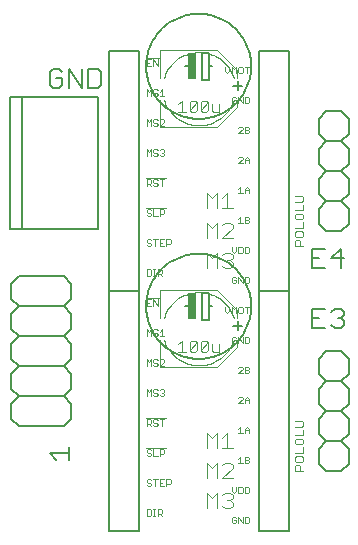
<source format=gto>
G75*
%MOIN*%
%OFA0B0*%
%FSLAX24Y24*%
%IPPOS*%
%LPD*%
%AMOC8*
5,1,8,0,0,1.08239X$1,22.5*
%
%ADD10C,0.0040*%
%ADD11C,0.0060*%
%ADD12C,0.0050*%
%ADD13C,0.0020*%
%ADD14C,0.0030*%
%ADD15C,0.0080*%
%ADD16R,0.0250X0.0900*%
D10*
X006370Y006620D02*
X006370Y007526D01*
X006370Y008274D02*
X006370Y009180D01*
X008260Y009180D01*
X008930Y008510D01*
X008930Y008274D01*
X008930Y007526D02*
X008930Y007290D01*
X008260Y006620D01*
X006370Y006620D01*
X006489Y008274D02*
X006511Y008338D01*
X006538Y008401D01*
X006568Y008463D01*
X006601Y008522D01*
X006637Y008580D01*
X006677Y008636D01*
X006720Y008689D01*
X006765Y008740D01*
X006813Y008788D01*
X006864Y008833D01*
X006918Y008876D01*
X006974Y008915D01*
X007031Y008952D01*
X007091Y008985D01*
X007153Y009014D01*
X007216Y009040D01*
X007280Y009063D01*
X007346Y009082D01*
X007413Y009097D01*
X007480Y009108D01*
X007548Y009116D01*
X007616Y009120D01*
X007684Y009120D01*
X007752Y009116D01*
X007820Y009108D01*
X007887Y009097D01*
X007954Y009082D01*
X008020Y009063D01*
X008084Y009040D01*
X008147Y009014D01*
X008209Y008985D01*
X008269Y008952D01*
X008326Y008915D01*
X008382Y008876D01*
X008436Y008833D01*
X008487Y008788D01*
X008535Y008740D01*
X008580Y008689D01*
X008623Y008636D01*
X008663Y008580D01*
X008699Y008522D01*
X008732Y008463D01*
X008762Y008401D01*
X008789Y008338D01*
X008811Y008274D01*
X008811Y007526D02*
X008789Y007462D01*
X008762Y007399D01*
X008732Y007337D01*
X008699Y007278D01*
X008663Y007220D01*
X008623Y007164D01*
X008580Y007111D01*
X008535Y007060D01*
X008487Y007012D01*
X008436Y006967D01*
X008382Y006924D01*
X008326Y006885D01*
X008269Y006848D01*
X008209Y006815D01*
X008147Y006786D01*
X008084Y006760D01*
X008020Y006737D01*
X007954Y006718D01*
X007887Y006703D01*
X007820Y006692D01*
X007752Y006684D01*
X007684Y006680D01*
X007616Y006680D01*
X007548Y006684D01*
X007480Y006692D01*
X007413Y006703D01*
X007346Y006718D01*
X007280Y006737D01*
X007216Y006760D01*
X007153Y006786D01*
X007091Y006815D01*
X007031Y006848D01*
X006974Y006885D01*
X006918Y006924D01*
X006864Y006967D01*
X006813Y007012D01*
X006765Y007060D01*
X006720Y007111D01*
X006677Y007164D01*
X006637Y007220D01*
X006601Y007278D01*
X006568Y007337D01*
X006538Y007399D01*
X006511Y007462D01*
X006489Y007526D01*
X007920Y009920D02*
X007920Y010440D01*
X008093Y010267D01*
X008267Y010440D01*
X008267Y009920D01*
X008436Y010007D02*
X008522Y009920D01*
X008696Y009920D01*
X008783Y010007D01*
X008783Y010093D01*
X008696Y010180D01*
X008609Y010180D01*
X008696Y010180D02*
X008783Y010267D01*
X008783Y010354D01*
X008696Y010440D01*
X008522Y010440D01*
X008436Y010354D01*
X008436Y010920D02*
X008783Y011267D01*
X008783Y011354D01*
X008696Y011440D01*
X008522Y011440D01*
X008436Y011354D01*
X008267Y011440D02*
X008267Y010920D01*
X008436Y010920D02*
X008783Y010920D01*
X008267Y011440D02*
X008093Y011267D01*
X007920Y011440D01*
X007920Y010920D01*
X007920Y011920D02*
X007920Y012440D01*
X008093Y012267D01*
X008267Y012440D01*
X008267Y011920D01*
X008436Y011920D02*
X008783Y011920D01*
X008609Y011920D02*
X008609Y012440D01*
X008436Y012267D01*
X008260Y014620D02*
X006370Y014620D01*
X006370Y015526D01*
X006370Y016274D02*
X006370Y017180D01*
X008260Y017180D01*
X008930Y016510D01*
X008930Y016274D01*
X008930Y015526D02*
X008930Y015290D01*
X008260Y014620D01*
X008811Y016274D02*
X008789Y016338D01*
X008762Y016401D01*
X008732Y016463D01*
X008699Y016522D01*
X008663Y016580D01*
X008623Y016636D01*
X008580Y016689D01*
X008535Y016740D01*
X008487Y016788D01*
X008436Y016833D01*
X008382Y016876D01*
X008326Y016915D01*
X008269Y016952D01*
X008209Y016985D01*
X008147Y017014D01*
X008084Y017040D01*
X008020Y017063D01*
X007954Y017082D01*
X007887Y017097D01*
X007820Y017108D01*
X007752Y017116D01*
X007684Y017120D01*
X007616Y017120D01*
X007548Y017116D01*
X007480Y017108D01*
X007413Y017097D01*
X007346Y017082D01*
X007280Y017063D01*
X007216Y017040D01*
X007153Y017014D01*
X007091Y016985D01*
X007031Y016952D01*
X006974Y016915D01*
X006918Y016876D01*
X006864Y016833D01*
X006813Y016788D01*
X006765Y016740D01*
X006720Y016689D01*
X006677Y016636D01*
X006637Y016580D01*
X006601Y016522D01*
X006568Y016463D01*
X006538Y016401D01*
X006511Y016338D01*
X006489Y016274D01*
X006489Y015526D02*
X006511Y015462D01*
X006538Y015399D01*
X006568Y015337D01*
X006601Y015278D01*
X006637Y015220D01*
X006677Y015164D01*
X006720Y015111D01*
X006765Y015060D01*
X006813Y015012D01*
X006864Y014967D01*
X006918Y014924D01*
X006974Y014885D01*
X007031Y014848D01*
X007091Y014815D01*
X007153Y014786D01*
X007216Y014760D01*
X007280Y014737D01*
X007346Y014718D01*
X007413Y014703D01*
X007480Y014692D01*
X007548Y014684D01*
X007616Y014680D01*
X007684Y014680D01*
X007752Y014684D01*
X007820Y014692D01*
X007887Y014703D01*
X007954Y014718D01*
X008020Y014737D01*
X008084Y014760D01*
X008147Y014786D01*
X008209Y014815D01*
X008269Y014848D01*
X008326Y014885D01*
X008382Y014924D01*
X008436Y014967D01*
X008487Y015012D01*
X008535Y015060D01*
X008580Y015111D01*
X008623Y015164D01*
X008663Y015220D01*
X008699Y015278D01*
X008732Y015337D01*
X008762Y015399D01*
X008789Y015462D01*
X008811Y015526D01*
X008609Y004440D02*
X008436Y004267D01*
X008609Y004440D02*
X008609Y003920D01*
X008436Y003920D02*
X008783Y003920D01*
X008696Y003440D02*
X008522Y003440D01*
X008436Y003354D01*
X008696Y003440D02*
X008783Y003354D01*
X008783Y003267D01*
X008436Y002920D01*
X008783Y002920D01*
X008696Y002440D02*
X008522Y002440D01*
X008436Y002354D01*
X008609Y002180D02*
X008696Y002180D01*
X008783Y002093D01*
X008783Y002007D01*
X008696Y001920D01*
X008522Y001920D01*
X008436Y002007D01*
X008696Y002180D02*
X008783Y002267D01*
X008783Y002354D01*
X008696Y002440D01*
X008267Y002440D02*
X008267Y001920D01*
X007920Y001920D02*
X007920Y002440D01*
X008093Y002267D01*
X008267Y002440D01*
X008267Y002920D02*
X008267Y003440D01*
X008093Y003267D01*
X007920Y003440D01*
X007920Y002920D01*
X007920Y003920D02*
X007920Y004440D01*
X008093Y004267D01*
X008267Y004440D01*
X008267Y003920D01*
D11*
X002893Y003535D02*
X002679Y003749D01*
X003320Y003749D01*
X003320Y003962D02*
X003320Y003535D01*
X003150Y004650D02*
X001650Y004650D01*
X001400Y004900D01*
X001400Y005400D01*
X001650Y005650D01*
X003150Y005650D01*
X003400Y005400D01*
X003400Y004900D01*
X003150Y004650D01*
X003150Y005650D02*
X003400Y005900D01*
X003400Y006400D01*
X003150Y006650D01*
X001650Y006650D01*
X001400Y006400D01*
X001400Y005900D01*
X001650Y005650D01*
X001650Y006650D02*
X001400Y006900D01*
X001400Y007400D01*
X001650Y007650D01*
X003150Y007650D01*
X003400Y007400D01*
X003400Y006900D01*
X003150Y006650D01*
X003150Y007650D02*
X003400Y007900D01*
X003400Y008400D01*
X003150Y008650D01*
X001650Y008650D01*
X001400Y008400D01*
X001400Y007900D01*
X001650Y007650D01*
X001650Y008650D02*
X001400Y008900D01*
X001400Y009400D01*
X001650Y009650D01*
X003150Y009650D01*
X003400Y009400D01*
X003400Y008900D01*
X003150Y008650D01*
X007200Y008650D02*
X007400Y008650D01*
X005900Y008650D02*
X005902Y008733D01*
X005908Y008816D01*
X005918Y008899D01*
X005932Y008981D01*
X005949Y009063D01*
X005971Y009143D01*
X005996Y009222D01*
X006025Y009300D01*
X006058Y009377D01*
X006095Y009452D01*
X006134Y009525D01*
X006178Y009596D01*
X006224Y009665D01*
X006274Y009732D01*
X006327Y009796D01*
X006383Y009858D01*
X006442Y009917D01*
X006504Y009973D01*
X006568Y010026D01*
X006635Y010076D01*
X006704Y010122D01*
X006775Y010166D01*
X006848Y010205D01*
X006923Y010242D01*
X007000Y010275D01*
X007078Y010304D01*
X007157Y010329D01*
X007237Y010351D01*
X007319Y010368D01*
X007401Y010382D01*
X007484Y010392D01*
X007567Y010398D01*
X007650Y010400D01*
X007733Y010398D01*
X007816Y010392D01*
X007899Y010382D01*
X007981Y010368D01*
X008063Y010351D01*
X008143Y010329D01*
X008222Y010304D01*
X008300Y010275D01*
X008377Y010242D01*
X008452Y010205D01*
X008525Y010166D01*
X008596Y010122D01*
X008665Y010076D01*
X008732Y010026D01*
X008796Y009973D01*
X008858Y009917D01*
X008917Y009858D01*
X008973Y009796D01*
X009026Y009732D01*
X009076Y009665D01*
X009122Y009596D01*
X009166Y009525D01*
X009205Y009452D01*
X009242Y009377D01*
X009275Y009300D01*
X009304Y009222D01*
X009329Y009143D01*
X009351Y009063D01*
X009368Y008981D01*
X009382Y008899D01*
X009392Y008816D01*
X009398Y008733D01*
X009400Y008650D01*
X009398Y008567D01*
X009392Y008484D01*
X009382Y008401D01*
X009368Y008319D01*
X009351Y008237D01*
X009329Y008157D01*
X009304Y008078D01*
X009275Y008000D01*
X009242Y007923D01*
X009205Y007848D01*
X009166Y007775D01*
X009122Y007704D01*
X009076Y007635D01*
X009026Y007568D01*
X008973Y007504D01*
X008917Y007442D01*
X008858Y007383D01*
X008796Y007327D01*
X008732Y007274D01*
X008665Y007224D01*
X008596Y007178D01*
X008525Y007134D01*
X008452Y007095D01*
X008377Y007058D01*
X008300Y007025D01*
X008222Y006996D01*
X008143Y006971D01*
X008063Y006949D01*
X007981Y006932D01*
X007899Y006918D01*
X007816Y006908D01*
X007733Y006902D01*
X007650Y006900D01*
X007567Y006902D01*
X007484Y006908D01*
X007401Y006918D01*
X007319Y006932D01*
X007237Y006949D01*
X007157Y006971D01*
X007078Y006996D01*
X007000Y007025D01*
X006923Y007058D01*
X006848Y007095D01*
X006775Y007134D01*
X006704Y007178D01*
X006635Y007224D01*
X006568Y007274D01*
X006504Y007327D01*
X006442Y007383D01*
X006383Y007442D01*
X006327Y007504D01*
X006274Y007568D01*
X006224Y007635D01*
X006178Y007704D01*
X006134Y007775D01*
X006095Y007848D01*
X006058Y007923D01*
X006025Y008000D01*
X005996Y008078D01*
X005971Y008157D01*
X005949Y008237D01*
X005932Y008319D01*
X005918Y008401D01*
X005908Y008484D01*
X005902Y008567D01*
X005900Y008650D01*
X007750Y008200D02*
X008000Y008200D01*
X008000Y008650D01*
X008000Y009100D01*
X007750Y009100D01*
X007750Y008200D01*
X008000Y008650D02*
X008100Y008650D01*
X008800Y008000D02*
X009100Y008000D01*
X008950Y007850D02*
X008950Y008150D01*
X011430Y008250D02*
X011644Y008250D01*
X011430Y007930D02*
X011857Y007930D01*
X012075Y008037D02*
X012181Y007930D01*
X012395Y007930D01*
X012502Y008037D01*
X012502Y008144D01*
X012395Y008250D01*
X012288Y008250D01*
X012395Y008250D02*
X012502Y008357D01*
X012502Y008464D01*
X012395Y008571D01*
X012181Y008571D01*
X012075Y008464D01*
X011857Y008571D02*
X011430Y008571D01*
X011430Y007930D01*
X011900Y007150D02*
X011650Y006900D01*
X011650Y006400D01*
X011900Y006150D01*
X011650Y005900D01*
X011650Y005400D01*
X011900Y005150D01*
X012400Y005150D01*
X012650Y005400D01*
X012650Y005900D01*
X012400Y006150D01*
X011900Y006150D01*
X012400Y006150D02*
X012650Y006400D01*
X012650Y006900D01*
X012400Y007150D01*
X011900Y007150D01*
X011900Y005150D02*
X011650Y004900D01*
X011650Y004400D01*
X011900Y004150D01*
X011650Y003900D01*
X011650Y003400D01*
X011900Y003150D01*
X012400Y003150D01*
X012650Y003400D01*
X012650Y003900D01*
X012400Y004150D01*
X011900Y004150D01*
X012400Y004150D02*
X012650Y004400D01*
X012650Y004900D01*
X012400Y005150D01*
X012395Y009930D02*
X012395Y010571D01*
X012075Y010250D01*
X012502Y010250D01*
X011857Y009930D02*
X011430Y009930D01*
X011430Y010571D01*
X011857Y010571D01*
X011644Y010250D02*
X011430Y010250D01*
X011900Y011150D02*
X011650Y011400D01*
X011650Y011900D01*
X011900Y012150D01*
X011650Y012400D01*
X011650Y012900D01*
X011900Y013150D01*
X011650Y013400D01*
X011650Y013900D01*
X011900Y014150D01*
X011650Y014400D01*
X011650Y014900D01*
X011900Y015150D01*
X012400Y015150D01*
X012650Y014900D01*
X012650Y014400D01*
X012400Y014150D01*
X012650Y013900D01*
X012650Y013400D01*
X012400Y013150D01*
X011900Y013150D01*
X012400Y013150D02*
X012650Y012900D01*
X012650Y012400D01*
X012400Y012150D01*
X012650Y011900D01*
X012650Y011400D01*
X012400Y011150D01*
X011900Y011150D01*
X011900Y012150D02*
X012400Y012150D01*
X012400Y014150D02*
X011900Y014150D01*
X009100Y016000D02*
X008800Y016000D01*
X008950Y015850D02*
X008950Y016150D01*
X008000Y016200D02*
X008000Y016650D01*
X008000Y017100D01*
X007750Y017100D01*
X007750Y016200D01*
X008000Y016200D01*
X008000Y016650D02*
X008100Y016650D01*
X005900Y016650D02*
X005902Y016733D01*
X005908Y016816D01*
X005918Y016899D01*
X005932Y016981D01*
X005949Y017063D01*
X005971Y017143D01*
X005996Y017222D01*
X006025Y017300D01*
X006058Y017377D01*
X006095Y017452D01*
X006134Y017525D01*
X006178Y017596D01*
X006224Y017665D01*
X006274Y017732D01*
X006327Y017796D01*
X006383Y017858D01*
X006442Y017917D01*
X006504Y017973D01*
X006568Y018026D01*
X006635Y018076D01*
X006704Y018122D01*
X006775Y018166D01*
X006848Y018205D01*
X006923Y018242D01*
X007000Y018275D01*
X007078Y018304D01*
X007157Y018329D01*
X007237Y018351D01*
X007319Y018368D01*
X007401Y018382D01*
X007484Y018392D01*
X007567Y018398D01*
X007650Y018400D01*
X007733Y018398D01*
X007816Y018392D01*
X007899Y018382D01*
X007981Y018368D01*
X008063Y018351D01*
X008143Y018329D01*
X008222Y018304D01*
X008300Y018275D01*
X008377Y018242D01*
X008452Y018205D01*
X008525Y018166D01*
X008596Y018122D01*
X008665Y018076D01*
X008732Y018026D01*
X008796Y017973D01*
X008858Y017917D01*
X008917Y017858D01*
X008973Y017796D01*
X009026Y017732D01*
X009076Y017665D01*
X009122Y017596D01*
X009166Y017525D01*
X009205Y017452D01*
X009242Y017377D01*
X009275Y017300D01*
X009304Y017222D01*
X009329Y017143D01*
X009351Y017063D01*
X009368Y016981D01*
X009382Y016899D01*
X009392Y016816D01*
X009398Y016733D01*
X009400Y016650D01*
X009398Y016567D01*
X009392Y016484D01*
X009382Y016401D01*
X009368Y016319D01*
X009351Y016237D01*
X009329Y016157D01*
X009304Y016078D01*
X009275Y016000D01*
X009242Y015923D01*
X009205Y015848D01*
X009166Y015775D01*
X009122Y015704D01*
X009076Y015635D01*
X009026Y015568D01*
X008973Y015504D01*
X008917Y015442D01*
X008858Y015383D01*
X008796Y015327D01*
X008732Y015274D01*
X008665Y015224D01*
X008596Y015178D01*
X008525Y015134D01*
X008452Y015095D01*
X008377Y015058D01*
X008300Y015025D01*
X008222Y014996D01*
X008143Y014971D01*
X008063Y014949D01*
X007981Y014932D01*
X007899Y014918D01*
X007816Y014908D01*
X007733Y014902D01*
X007650Y014900D01*
X007567Y014902D01*
X007484Y014908D01*
X007401Y014918D01*
X007319Y014932D01*
X007237Y014949D01*
X007157Y014971D01*
X007078Y014996D01*
X007000Y015025D01*
X006923Y015058D01*
X006848Y015095D01*
X006775Y015134D01*
X006704Y015178D01*
X006635Y015224D01*
X006568Y015274D01*
X006504Y015327D01*
X006442Y015383D01*
X006383Y015442D01*
X006327Y015504D01*
X006274Y015568D01*
X006224Y015635D01*
X006178Y015704D01*
X006134Y015775D01*
X006095Y015848D01*
X006058Y015923D01*
X006025Y016000D01*
X005996Y016078D01*
X005971Y016157D01*
X005949Y016237D01*
X005932Y016319D01*
X005918Y016401D01*
X005908Y016484D01*
X005902Y016567D01*
X005900Y016650D01*
X007200Y016650D02*
X007400Y016650D01*
X004396Y016464D02*
X004396Y016037D01*
X004289Y015930D01*
X003969Y015930D01*
X003969Y016571D01*
X004289Y016571D01*
X004396Y016464D01*
X003752Y016571D02*
X003752Y015930D01*
X003325Y016571D01*
X003325Y015930D01*
X003107Y016037D02*
X003107Y016250D01*
X002894Y016250D01*
X003107Y016037D02*
X003000Y015930D01*
X002787Y015930D01*
X002680Y016037D01*
X002680Y016464D01*
X002787Y016571D01*
X003000Y016571D01*
X003107Y016464D01*
D12*
X004650Y017150D02*
X004650Y009150D01*
X004650Y001150D01*
X005650Y001150D01*
X005650Y009150D01*
X004650Y009150D01*
X005650Y009150D01*
X005650Y017150D01*
X004650Y017150D01*
X009650Y017150D02*
X010650Y017150D01*
X010650Y009150D01*
X009650Y009150D01*
X009650Y001150D01*
X010650Y001150D01*
X010650Y009150D01*
X009650Y009150D01*
X009650Y017150D01*
D13*
X009336Y016640D02*
X009189Y016640D01*
X009262Y016640D02*
X009262Y016420D01*
X009115Y016457D02*
X009115Y016603D01*
X009078Y016640D01*
X009005Y016640D01*
X008968Y016603D01*
X008968Y016457D01*
X009005Y016420D01*
X009078Y016420D01*
X009115Y016457D01*
X008894Y016420D02*
X008894Y016640D01*
X008820Y016567D01*
X008747Y016640D01*
X008747Y016420D01*
X008673Y016493D02*
X008673Y016640D01*
X008673Y016493D02*
X008599Y016420D01*
X008526Y016493D01*
X008526Y016640D01*
X008784Y015640D02*
X008747Y015603D01*
X008747Y015457D01*
X008784Y015420D01*
X008857Y015420D01*
X008894Y015457D01*
X008894Y015530D01*
X008820Y015530D01*
X008894Y015603D02*
X008857Y015640D01*
X008784Y015640D01*
X008968Y015640D02*
X008968Y015420D01*
X009115Y015420D02*
X008968Y015640D01*
X009115Y015640D02*
X009115Y015420D01*
X009189Y015420D02*
X009189Y015640D01*
X009299Y015640D01*
X009336Y015603D01*
X009336Y015457D01*
X009299Y015420D01*
X009189Y015420D01*
X009189Y014640D02*
X009299Y014640D01*
X009336Y014603D01*
X009336Y014567D01*
X009299Y014530D01*
X009189Y014530D01*
X009115Y014567D02*
X009115Y014603D01*
X009078Y014640D01*
X009005Y014640D01*
X008968Y014603D01*
X009115Y014567D02*
X008968Y014420D01*
X009115Y014420D01*
X009189Y014420D02*
X009299Y014420D01*
X009336Y014457D01*
X009336Y014493D01*
X009299Y014530D01*
X009189Y014420D02*
X009189Y014640D01*
X009262Y013640D02*
X009336Y013567D01*
X009336Y013420D01*
X009336Y013530D02*
X009189Y013530D01*
X009189Y013567D02*
X009262Y013640D01*
X009189Y013567D02*
X009189Y013420D01*
X009115Y013420D02*
X008968Y013420D01*
X009115Y013567D01*
X009115Y013603D01*
X009078Y013640D01*
X009005Y013640D01*
X008968Y013603D01*
X009041Y012640D02*
X009041Y012420D01*
X008968Y012420D02*
X009115Y012420D01*
X009189Y012420D02*
X009189Y012567D01*
X009262Y012640D01*
X009336Y012567D01*
X009336Y012420D01*
X009336Y012530D02*
X009189Y012530D01*
X009041Y012640D02*
X008968Y012567D01*
X009041Y011640D02*
X008968Y011567D01*
X009041Y011640D02*
X009041Y011420D01*
X008968Y011420D02*
X009115Y011420D01*
X009189Y011420D02*
X009189Y011640D01*
X009299Y011640D01*
X009336Y011603D01*
X009336Y011567D01*
X009299Y011530D01*
X009189Y011530D01*
X009189Y011420D02*
X009299Y011420D01*
X009336Y011457D01*
X009336Y011493D01*
X009299Y011530D01*
X009299Y010640D02*
X009189Y010640D01*
X009189Y010420D01*
X009299Y010420D01*
X009336Y010457D01*
X009336Y010603D01*
X009299Y010640D01*
X009115Y010603D02*
X009115Y010457D01*
X009078Y010420D01*
X008968Y010420D01*
X008968Y010640D01*
X009078Y010640D01*
X009115Y010603D01*
X008894Y010640D02*
X008894Y010493D01*
X008820Y010420D01*
X008747Y010493D01*
X008747Y010640D01*
X008784Y009640D02*
X008747Y009603D01*
X008747Y009457D01*
X008784Y009420D01*
X008857Y009420D01*
X008894Y009457D01*
X008894Y009530D01*
X008820Y009530D01*
X008894Y009603D02*
X008857Y009640D01*
X008784Y009640D01*
X008968Y009640D02*
X009115Y009420D01*
X009115Y009640D01*
X009189Y009640D02*
X009299Y009640D01*
X009336Y009603D01*
X009336Y009457D01*
X009299Y009420D01*
X009189Y009420D01*
X009189Y009640D01*
X008968Y009640D02*
X008968Y009420D01*
X009005Y008640D02*
X008968Y008603D01*
X008968Y008457D01*
X009005Y008420D01*
X009078Y008420D01*
X009115Y008457D01*
X009115Y008603D01*
X009078Y008640D01*
X009005Y008640D01*
X008894Y008640D02*
X008894Y008420D01*
X008747Y008420D02*
X008747Y008640D01*
X008820Y008567D01*
X008894Y008640D01*
X008673Y008640D02*
X008673Y008493D01*
X008599Y008420D01*
X008526Y008493D01*
X008526Y008640D01*
X009189Y008640D02*
X009336Y008640D01*
X009262Y008640D02*
X009262Y008420D01*
X009299Y007640D02*
X009189Y007640D01*
X009189Y007420D01*
X009299Y007420D01*
X009336Y007457D01*
X009336Y007603D01*
X009299Y007640D01*
X009115Y007640D02*
X009115Y007420D01*
X008968Y007640D01*
X008968Y007420D01*
X008894Y007457D02*
X008894Y007530D01*
X008820Y007530D01*
X008747Y007457D02*
X008784Y007420D01*
X008857Y007420D01*
X008894Y007457D01*
X008894Y007603D02*
X008857Y007640D01*
X008784Y007640D01*
X008747Y007603D01*
X008747Y007457D01*
X009005Y006640D02*
X008968Y006603D01*
X009005Y006640D02*
X009078Y006640D01*
X009115Y006603D01*
X009115Y006567D01*
X008968Y006420D01*
X009115Y006420D01*
X009189Y006420D02*
X009189Y006640D01*
X009299Y006640D01*
X009336Y006603D01*
X009336Y006567D01*
X009299Y006530D01*
X009189Y006530D01*
X009189Y006420D02*
X009299Y006420D01*
X009336Y006457D01*
X009336Y006493D01*
X009299Y006530D01*
X009262Y005640D02*
X009336Y005567D01*
X009336Y005420D01*
X009336Y005530D02*
X009189Y005530D01*
X009189Y005567D02*
X009189Y005420D01*
X009115Y005420D02*
X008968Y005420D01*
X009115Y005567D01*
X009115Y005603D01*
X009078Y005640D01*
X009005Y005640D01*
X008968Y005603D01*
X009189Y005567D02*
X009262Y005640D01*
X009262Y004640D02*
X009336Y004567D01*
X009336Y004420D01*
X009336Y004530D02*
X009189Y004530D01*
X009189Y004567D02*
X009262Y004640D01*
X009189Y004567D02*
X009189Y004420D01*
X009115Y004420D02*
X008968Y004420D01*
X009041Y004420D02*
X009041Y004640D01*
X008968Y004567D01*
X009041Y003640D02*
X008968Y003567D01*
X009041Y003640D02*
X009041Y003420D01*
X008968Y003420D02*
X009115Y003420D01*
X009189Y003420D02*
X009189Y003640D01*
X009299Y003640D01*
X009336Y003603D01*
X009336Y003567D01*
X009299Y003530D01*
X009189Y003530D01*
X009189Y003420D02*
X009299Y003420D01*
X009336Y003457D01*
X009336Y003493D01*
X009299Y003530D01*
X009299Y002640D02*
X009189Y002640D01*
X009189Y002420D01*
X009299Y002420D01*
X009336Y002457D01*
X009336Y002603D01*
X009299Y002640D01*
X009115Y002603D02*
X009115Y002457D01*
X009078Y002420D01*
X008968Y002420D01*
X008968Y002640D01*
X009078Y002640D01*
X009115Y002603D01*
X008894Y002640D02*
X008894Y002493D01*
X008820Y002420D01*
X008747Y002493D01*
X008747Y002640D01*
X008784Y001640D02*
X008747Y001603D01*
X008747Y001457D01*
X008784Y001420D01*
X008857Y001420D01*
X008894Y001457D01*
X008894Y001530D01*
X008820Y001530D01*
X008894Y001603D02*
X008857Y001640D01*
X008784Y001640D01*
X008968Y001640D02*
X008968Y001420D01*
X009115Y001420D02*
X008968Y001640D01*
X009115Y001640D02*
X009115Y001420D01*
X009189Y001420D02*
X009189Y001640D01*
X009299Y001640D01*
X009336Y001603D01*
X009336Y001457D01*
X009299Y001420D01*
X009189Y001420D01*
X006720Y002770D02*
X006683Y002733D01*
X006573Y002733D01*
X006573Y002660D02*
X006573Y002880D01*
X006683Y002880D01*
X006720Y002843D01*
X006720Y002770D01*
X006499Y002660D02*
X006352Y002660D01*
X006352Y002880D01*
X006499Y002880D01*
X006425Y002770D02*
X006352Y002770D01*
X006278Y002880D02*
X006131Y002880D01*
X006204Y002880D02*
X006204Y002660D01*
X006057Y002697D02*
X006020Y002660D01*
X005947Y002660D01*
X005910Y002697D01*
X005947Y002770D02*
X005910Y002807D01*
X005910Y002843D01*
X005947Y002880D01*
X006020Y002880D01*
X006057Y002843D01*
X006020Y002770D02*
X006057Y002733D01*
X006057Y002697D01*
X006020Y002770D02*
X005947Y002770D01*
X005910Y001880D02*
X006020Y001880D01*
X006057Y001843D01*
X006057Y001697D01*
X006020Y001660D01*
X005910Y001660D01*
X005910Y001880D01*
X006131Y001880D02*
X006204Y001880D01*
X006168Y001880D02*
X006168Y001660D01*
X006204Y001660D02*
X006131Y001660D01*
X006278Y001660D02*
X006278Y001880D01*
X006388Y001880D01*
X006425Y001843D01*
X006425Y001770D01*
X006388Y001733D01*
X006278Y001733D01*
X006352Y001733D02*
X006425Y001660D01*
X006352Y003660D02*
X006352Y003880D01*
X006462Y003880D01*
X006499Y003843D01*
X006499Y003770D01*
X006462Y003733D01*
X006352Y003733D01*
X006278Y003660D02*
X006131Y003660D01*
X006131Y003880D01*
X006057Y003843D02*
X006020Y003880D01*
X005947Y003880D01*
X005910Y003843D01*
X005910Y003807D01*
X005947Y003770D01*
X006020Y003770D01*
X006057Y003733D01*
X006057Y003697D01*
X006020Y003660D01*
X005947Y003660D01*
X005910Y003697D01*
X005900Y003920D02*
X006563Y003920D01*
X006425Y004660D02*
X006425Y004880D01*
X006352Y004880D02*
X006499Y004880D01*
X006563Y004920D02*
X005900Y004920D01*
X005910Y004880D02*
X006020Y004880D01*
X006057Y004843D01*
X006057Y004770D01*
X006020Y004733D01*
X005910Y004733D01*
X005910Y004660D02*
X005910Y004880D01*
X005983Y004733D02*
X006057Y004660D01*
X006131Y004697D02*
X006168Y004660D01*
X006241Y004660D01*
X006278Y004697D01*
X006278Y004733D01*
X006241Y004770D01*
X006168Y004770D01*
X006131Y004807D01*
X006131Y004843D01*
X006168Y004880D01*
X006241Y004880D01*
X006278Y004843D01*
X006241Y005660D02*
X006168Y005660D01*
X006131Y005697D01*
X006168Y005770D02*
X006241Y005770D01*
X006278Y005733D01*
X006278Y005697D01*
X006241Y005660D01*
X006352Y005697D02*
X006389Y005660D01*
X006462Y005660D01*
X006499Y005697D01*
X006499Y005733D01*
X006462Y005770D01*
X006425Y005770D01*
X006462Y005770D02*
X006499Y005807D01*
X006499Y005843D01*
X006462Y005880D01*
X006389Y005880D01*
X006352Y005843D01*
X006278Y005843D02*
X006241Y005880D01*
X006168Y005880D01*
X006131Y005843D01*
X006131Y005807D01*
X006168Y005770D01*
X006057Y005880D02*
X006057Y005660D01*
X005910Y005660D02*
X005910Y005880D01*
X005983Y005807D01*
X006057Y005880D01*
X006057Y006660D02*
X006057Y006880D01*
X005983Y006807D01*
X005910Y006880D01*
X005910Y006660D01*
X006131Y006697D02*
X006168Y006660D01*
X006241Y006660D01*
X006278Y006697D01*
X006278Y006733D01*
X006241Y006770D01*
X006168Y006770D01*
X006131Y006807D01*
X006131Y006843D01*
X006168Y006880D01*
X006241Y006880D01*
X006278Y006843D01*
X006352Y006843D02*
X006389Y006880D01*
X006462Y006880D01*
X006499Y006843D01*
X006499Y006807D01*
X006352Y006660D01*
X006499Y006660D01*
X006499Y007660D02*
X006352Y007660D01*
X006425Y007660D02*
X006425Y007880D01*
X006352Y007807D01*
X006278Y007843D02*
X006241Y007880D01*
X006168Y007880D01*
X006131Y007843D01*
X006131Y007807D01*
X006168Y007770D01*
X006241Y007770D01*
X006278Y007733D01*
X006278Y007697D01*
X006241Y007660D01*
X006168Y007660D01*
X006131Y007697D01*
X006057Y007660D02*
X006057Y007880D01*
X005983Y007807D01*
X005910Y007880D01*
X005910Y007660D01*
X005910Y008660D02*
X006057Y008660D01*
X006131Y008660D02*
X006131Y008880D01*
X006278Y008660D01*
X006278Y008880D01*
X006342Y008920D02*
X005900Y008920D01*
X005910Y008880D02*
X005910Y008660D01*
X005910Y008770D02*
X005983Y008770D01*
X006057Y008880D02*
X005910Y008880D01*
X005910Y009660D02*
X006020Y009660D01*
X006057Y009697D01*
X006057Y009843D01*
X006020Y009880D01*
X005910Y009880D01*
X005910Y009660D01*
X006131Y009660D02*
X006204Y009660D01*
X006168Y009660D02*
X006168Y009880D01*
X006204Y009880D02*
X006131Y009880D01*
X006278Y009880D02*
X006278Y009660D01*
X006278Y009733D02*
X006388Y009733D01*
X006425Y009770D01*
X006425Y009843D01*
X006388Y009880D01*
X006278Y009880D01*
X006352Y009733D02*
X006425Y009660D01*
X006352Y010660D02*
X006499Y010660D01*
X006573Y010660D02*
X006573Y010880D01*
X006683Y010880D01*
X006720Y010843D01*
X006720Y010770D01*
X006683Y010733D01*
X006573Y010733D01*
X006425Y010770D02*
X006352Y010770D01*
X006352Y010880D02*
X006352Y010660D01*
X006204Y010660D02*
X006204Y010880D01*
X006131Y010880D02*
X006278Y010880D01*
X006352Y010880D02*
X006499Y010880D01*
X006057Y010843D02*
X006020Y010880D01*
X005947Y010880D01*
X005910Y010843D01*
X005910Y010807D01*
X005947Y010770D01*
X006020Y010770D01*
X006057Y010733D01*
X006057Y010697D01*
X006020Y010660D01*
X005947Y010660D01*
X005910Y010697D01*
X005947Y011660D02*
X005910Y011697D01*
X005947Y011660D02*
X006020Y011660D01*
X006057Y011697D01*
X006057Y011733D01*
X006020Y011770D01*
X005947Y011770D01*
X005910Y011807D01*
X005910Y011843D01*
X005947Y011880D01*
X006020Y011880D01*
X006057Y011843D01*
X006131Y011880D02*
X006131Y011660D01*
X006278Y011660D01*
X006352Y011660D02*
X006352Y011880D01*
X006462Y011880D01*
X006499Y011843D01*
X006499Y011770D01*
X006462Y011733D01*
X006352Y011733D01*
X006563Y011920D02*
X005900Y011920D01*
X005910Y012660D02*
X005910Y012880D01*
X006020Y012880D01*
X006057Y012843D01*
X006057Y012770D01*
X006020Y012733D01*
X005910Y012733D01*
X005983Y012733D02*
X006057Y012660D01*
X006131Y012697D02*
X006168Y012660D01*
X006241Y012660D01*
X006278Y012697D01*
X006278Y012733D01*
X006241Y012770D01*
X006168Y012770D01*
X006131Y012807D01*
X006131Y012843D01*
X006168Y012880D01*
X006241Y012880D01*
X006278Y012843D01*
X006352Y012880D02*
X006499Y012880D01*
X006425Y012880D02*
X006425Y012660D01*
X006563Y012920D02*
X005900Y012920D01*
X005910Y013660D02*
X005910Y013880D01*
X005983Y013807D01*
X006057Y013880D01*
X006057Y013660D01*
X006131Y013697D02*
X006168Y013660D01*
X006241Y013660D01*
X006278Y013697D01*
X006278Y013733D01*
X006241Y013770D01*
X006168Y013770D01*
X006131Y013807D01*
X006131Y013843D01*
X006168Y013880D01*
X006241Y013880D01*
X006278Y013843D01*
X006352Y013843D02*
X006389Y013880D01*
X006462Y013880D01*
X006499Y013843D01*
X006499Y013807D01*
X006462Y013770D01*
X006499Y013733D01*
X006499Y013697D01*
X006462Y013660D01*
X006389Y013660D01*
X006352Y013697D01*
X006425Y013770D02*
X006462Y013770D01*
X006499Y014660D02*
X006352Y014660D01*
X006499Y014807D01*
X006499Y014843D01*
X006462Y014880D01*
X006389Y014880D01*
X006352Y014843D01*
X006278Y014843D02*
X006241Y014880D01*
X006168Y014880D01*
X006131Y014843D01*
X006131Y014807D01*
X006168Y014770D01*
X006241Y014770D01*
X006278Y014733D01*
X006278Y014697D01*
X006241Y014660D01*
X006168Y014660D01*
X006131Y014697D01*
X006057Y014660D02*
X006057Y014880D01*
X005983Y014807D01*
X005910Y014880D01*
X005910Y014660D01*
X005910Y015660D02*
X005910Y015880D01*
X005983Y015807D01*
X006057Y015880D01*
X006057Y015660D01*
X006131Y015697D02*
X006168Y015660D01*
X006241Y015660D01*
X006278Y015697D01*
X006278Y015733D01*
X006241Y015770D01*
X006168Y015770D01*
X006131Y015807D01*
X006131Y015843D01*
X006168Y015880D01*
X006241Y015880D01*
X006278Y015843D01*
X006352Y015807D02*
X006425Y015880D01*
X006425Y015660D01*
X006352Y015660D02*
X006499Y015660D01*
X006278Y016660D02*
X006278Y016880D01*
X006342Y016920D02*
X005900Y016920D01*
X005910Y016880D02*
X005910Y016660D01*
X006057Y016660D01*
X006131Y016660D02*
X006131Y016880D01*
X006278Y016660D01*
X006057Y016880D02*
X005910Y016880D01*
X005910Y016770D02*
X005983Y016770D01*
D14*
X007099Y015508D02*
X007099Y015137D01*
X006976Y015137D02*
X007223Y015137D01*
X007344Y015199D02*
X007591Y015446D01*
X007591Y015199D01*
X007529Y015137D01*
X007406Y015137D01*
X007344Y015199D01*
X007344Y015446D01*
X007406Y015508D01*
X007529Y015508D01*
X007591Y015446D01*
X007713Y015446D02*
X007713Y015199D01*
X007960Y015446D01*
X007960Y015199D01*
X007898Y015137D01*
X007774Y015137D01*
X007713Y015199D01*
X007713Y015446D02*
X007774Y015508D01*
X007898Y015508D01*
X007960Y015446D01*
X008081Y015384D02*
X008081Y015199D01*
X008143Y015137D01*
X008328Y015137D01*
X008328Y015384D01*
X007099Y015508D02*
X006976Y015384D01*
X010845Y012332D02*
X011087Y012332D01*
X011135Y012283D01*
X011135Y012187D01*
X011087Y012138D01*
X010845Y012138D01*
X010845Y011844D02*
X011135Y011844D01*
X011135Y012037D01*
X011087Y011742D02*
X010893Y011742D01*
X010845Y011694D01*
X010845Y011597D01*
X010893Y011549D01*
X011087Y011549D01*
X011135Y011597D01*
X011135Y011694D01*
X011087Y011742D01*
X011135Y011448D02*
X011135Y011254D01*
X010845Y011254D01*
X010893Y011153D02*
X010845Y011105D01*
X010845Y011008D01*
X010893Y010960D01*
X011087Y010960D01*
X011135Y011008D01*
X011135Y011105D01*
X011087Y011153D01*
X010893Y011153D01*
X010893Y010858D02*
X010990Y010858D01*
X011038Y010810D01*
X011038Y010665D01*
X011135Y010665D02*
X010845Y010665D01*
X010845Y010810D01*
X010893Y010858D01*
X008328Y007384D02*
X008328Y007137D01*
X008143Y007137D01*
X008081Y007199D01*
X008081Y007384D01*
X007960Y007446D02*
X007960Y007199D01*
X007898Y007137D01*
X007774Y007137D01*
X007713Y007199D01*
X007960Y007446D01*
X007898Y007508D01*
X007774Y007508D01*
X007713Y007446D01*
X007713Y007199D01*
X007591Y007199D02*
X007529Y007137D01*
X007406Y007137D01*
X007344Y007199D01*
X007591Y007446D01*
X007591Y007199D01*
X007344Y007199D02*
X007344Y007446D01*
X007406Y007508D01*
X007529Y007508D01*
X007591Y007446D01*
X007223Y007137D02*
X006976Y007137D01*
X007099Y007137D02*
X007099Y007508D01*
X006976Y007384D01*
X010845Y004832D02*
X011087Y004832D01*
X011135Y004783D01*
X011135Y004687D01*
X011087Y004638D01*
X010845Y004638D01*
X010845Y004344D02*
X011135Y004344D01*
X011135Y004537D01*
X011087Y004242D02*
X010893Y004242D01*
X010845Y004194D01*
X010845Y004097D01*
X010893Y004049D01*
X011087Y004049D01*
X011135Y004097D01*
X011135Y004194D01*
X011087Y004242D01*
X011135Y003948D02*
X011135Y003754D01*
X010845Y003754D01*
X010893Y003653D02*
X010845Y003605D01*
X010845Y003508D01*
X010893Y003460D01*
X011087Y003460D01*
X011135Y003508D01*
X011135Y003605D01*
X011087Y003653D01*
X010893Y003653D01*
X010893Y003358D02*
X010990Y003358D01*
X011038Y003310D01*
X011038Y003165D01*
X011135Y003165D02*
X010845Y003165D01*
X010845Y003310D01*
X010893Y003358D01*
D15*
X004304Y011211D02*
X001744Y011211D01*
X001744Y015620D01*
X004304Y015620D01*
X004304Y011211D01*
X001744Y011211D02*
X001351Y011211D01*
X001351Y015620D01*
X001744Y015620D01*
D16*
X007425Y016650D03*
X007425Y008650D03*
M02*

</source>
